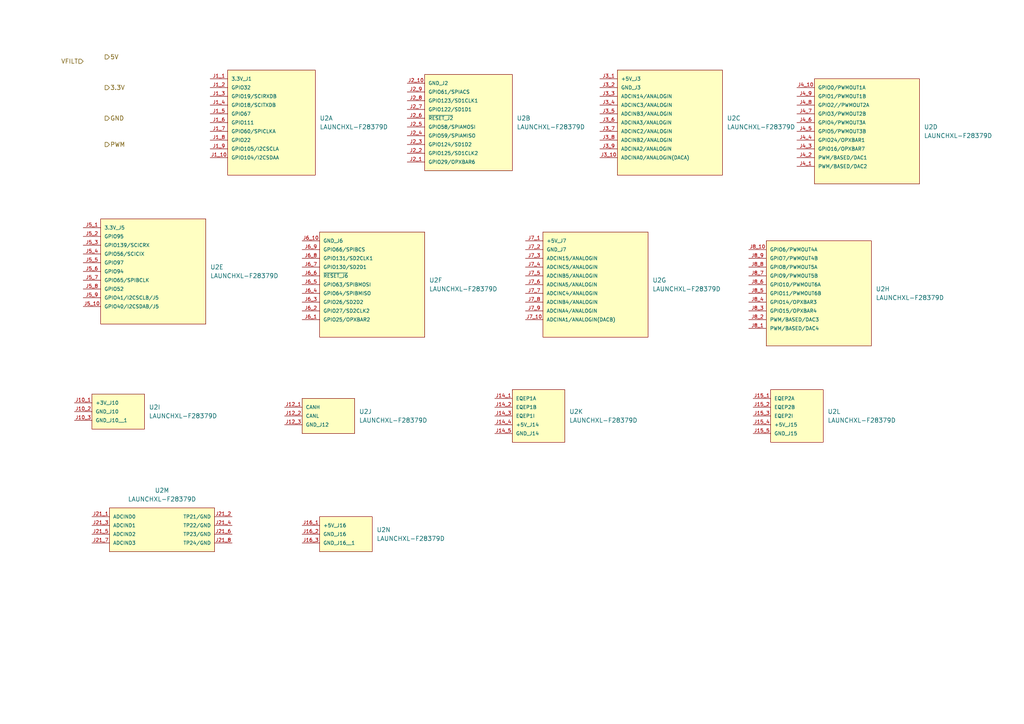
<source format=kicad_sch>
(kicad_sch (version 20231120) (generator "eeschema") (generator_version "8.0")
  (paper "A4")
  (lib_symbols
    (symbol "LAUNCHXL-F28379D:LAUNCHXL-F28379D" (pin_names (offset 1.016))
      (property "Reference" "U" (at -12.2428 15.9258 0))
      (property "Value" "LAUNCHXL-F28379D" (at -12.7 -17.272 0))
      (symbol "LAUNCHXL-F28379D_1_0"
        (rectangle (start -12.7 -15.24) (end 12.7 15.24) (stroke (width 0.1524)) (fill (type background)))
        (pin power_in line (at -17.78 12.7 0) (length 5.08) (name "3.3V_J1") (number "J1_1"))
        (pin bidirectional line (at -17.78 -10.16 0) (length 5.08) (name "GPIO104/I2CSDAA") (number "J1_10"))
        (pin bidirectional line (at -17.78 10.16 0) (length 5.08) (name "GPIO32") (number "J1_2"))
        (pin bidirectional line (at -17.78 7.62 0) (length 5.08) (name "GPIO19/SCIRXDB") (number "J1_3"))
        (pin bidirectional line (at -17.78 5.08 0) (length 5.08) (name "GPIO18/SCITXDB") (number "J1_4"))
        (pin bidirectional line (at -17.78 2.54 0) (length 5.08) (name "GPIO67") (number "J1_5"))
        (pin bidirectional line (at -17.78 0 0) (length 5.08) (name "GPIO111") (number "J1_6"))
        (pin bidirectional line (at -17.78 -2.54 0) (length 5.08) (name "GPIO60/SPICLKA") (number "J1_7"))
        (pin bidirectional line (at -17.78 -5.08 0) (length 5.08) (name "GPIO22") (number "J1_8"))
        (pin bidirectional line (at -17.78 -7.62 0) (length 5.08) (name "GPIO105/I2CSCLA") (number "J1_9"))
      )
      (symbol "LAUNCHXL-F28379D_2_0"
        (rectangle (start -12.7 -12.7) (end 12.7 15.24) (stroke (width 0.1524)) (fill (type background)))
        (pin bidirectional line (at -17.78 -10.16 0) (length 5.08) (name "GPIO29/OPXBAR6") (number "J2_1"))
        (pin power_in line (at -17.78 12.7 0) (length 5.08) (name "GND_J2") (number "J2_10"))
        (pin bidirectional line (at -17.78 -7.62 0) (length 5.08) (name "GPIO125/SD1CLK2") (number "J2_2"))
        (pin bidirectional line (at -17.78 -5.08 0) (length 5.08) (name "GPIO124/SD1D2") (number "J2_3"))
        (pin bidirectional line (at -17.78 -2.54 0) (length 5.08) (name "GPIO59/SPIAMISO") (number "J2_4"))
        (pin bidirectional line (at -17.78 0 0) (length 5.08) (name "GPIO58/SPIAMOSI") (number "J2_5"))
        (pin bidirectional line (at -17.78 2.54 0) (length 5.08) (name "~{RESET_J2}") (number "J2_6"))
        (pin bidirectional line (at -17.78 5.08 0) (length 5.08) (name "GPIO122/SD1D1") (number "J2_7"))
        (pin bidirectional line (at -17.78 7.62 0) (length 5.08) (name "GPIO123/SD1CLK1") (number "J2_8"))
        (pin bidirectional line (at -17.78 10.16 0) (length 5.08) (name "GPIO61/SPIACS") (number "J2_9"))
      )
      (symbol "LAUNCHXL-F28379D_3_0"
        (rectangle (start -15.24 -15.24) (end 15.24 15.24) (stroke (width 0.1524)) (fill (type background)))
        (pin power_in line (at -20.32 12.7 0) (length 5.08) (name "+5V_J3") (number "J3_1"))
        (pin bidirectional line (at -20.32 -10.16 0) (length 5.08) (name "ADCINA0/ANALOGIN(DACA)") (number "J3_10"))
        (pin power_in line (at -20.32 10.16 0) (length 5.08) (name "GND_J3") (number "J3_2"))
        (pin bidirectional line (at -20.32 7.62 0) (length 5.08) (name "ADCIN14/ANALOGIN") (number "J3_3"))
        (pin bidirectional line (at -20.32 5.08 0) (length 5.08) (name "ADCINC3/ANALOGIN") (number "J3_4"))
        (pin bidirectional line (at -20.32 2.54 0) (length 5.08) (name "ADCINB3/ANALOGIN") (number "J3_5"))
        (pin bidirectional line (at -20.32 0 0) (length 5.08) (name "ADCINA3/ANALOGIN") (number "J3_6"))
        (pin bidirectional line (at -20.32 -2.54 0) (length 5.08) (name "ADCINC2/ANALOGIN") (number "J3_7"))
        (pin bidirectional line (at -20.32 -5.08 0) (length 5.08) (name "ADCINB2/ANALOGIN") (number "J3_8"))
        (pin bidirectional line (at -20.32 -7.62 0) (length 5.08) (name "ADCINA2/ANALOGIN") (number "J3_9"))
      )
      (symbol "LAUNCHXL-F28379D_4_0"
        (rectangle (start -15.24 -15.24) (end 15.24 15.24) (stroke (width 0.1524)) (fill (type background)))
        (pin bidirectional line (at -20.32 -10.16 0) (length 5.08) (name "PWM/BASED/DAC2") (number "J4_1"))
        (pin bidirectional line (at -20.32 12.7 0) (length 5.08) (name "GPIO0/PWMOUT1A") (number "J4_10"))
        (pin bidirectional line (at -20.32 -7.62 0) (length 5.08) (name "PWM/BASED/DAC1") (number "J4_2"))
        (pin bidirectional line (at -20.32 -5.08 0) (length 5.08) (name "GPIO16/OPXBAR7") (number "J4_3"))
        (pin bidirectional line (at -20.32 -2.54 0) (length 5.08) (name "GPIO24/OPXBAR1") (number "J4_4"))
        (pin bidirectional line (at -20.32 0 0) (length 5.08) (name "GPIO5/PWMOUT3B") (number "J4_5"))
        (pin bidirectional line (at -20.32 2.54 0) (length 5.08) (name "GPIO4/PWMOUT3A") (number "J4_6"))
        (pin bidirectional line (at -20.32 5.08 0) (length 5.08) (name "GPIO3/PWMOUT2B") (number "J4_7"))
        (pin bidirectional line (at -20.32 7.62 0) (length 5.08) (name "GPIO2//PWMOUT2A") (number "J4_8"))
        (pin bidirectional line (at -20.32 10.16 0) (length 5.08) (name "GPIO1/PWMOUT1B") (number "J4_9"))
      )
      (symbol "LAUNCHXL-F28379D_5_0"
        (rectangle (start -15.24 -15.24) (end 15.24 15.24) (stroke (width 0.1524)) (fill (type background)))
        (pin power_in line (at -20.32 12.7 0) (length 5.08) (name "3.3V_J5") (number "J5_1"))
        (pin bidirectional line (at -20.32 -10.16 0) (length 5.08) (name "GPIO40/I2CSDAB/J5") (number "J5_10"))
        (pin bidirectional line (at -20.32 10.16 0) (length 5.08) (name "GPIO95") (number "J5_2"))
        (pin bidirectional line (at -20.32 7.62 0) (length 5.08) (name "GPIO139/SCICRX") (number "J5_3"))
        (pin bidirectional line (at -20.32 5.08 0) (length 5.08) (name "GPIO56/SCICIX") (number "J5_4"))
        (pin bidirectional line (at -20.32 2.54 0) (length 5.08) (name "GPIO97") (number "J5_5"))
        (pin bidirectional line (at -20.32 0 0) (length 5.08) (name "GPIO94") (number "J5_6"))
        (pin bidirectional line (at -20.32 -2.54 0) (length 5.08) (name "GPIO65/SPIBCLK") (number "J5_7"))
        (pin bidirectional line (at -20.32 -5.08 0) (length 5.08) (name "GPIO52") (number "J5_8"))
        (pin bidirectional line (at -20.32 -7.62 0) (length 5.08) (name "GPIO41/I2CSCLB/J5") (number "J5_9"))
      )
      (symbol "LAUNCHXL-F28379D_6_0"
        (rectangle (start -15.24 -15.24) (end 15.24 15.24) (stroke (width 0.1524)) (fill (type background)))
        (pin bidirectional line (at -20.32 -10.16 0) (length 5.08) (name "GPIO25/OPXBAR2") (number "J6_1"))
        (pin power_in line (at -20.32 12.7 0) (length 5.08) (name "GND_J6") (number "J6_10"))
        (pin bidirectional line (at -20.32 -7.62 0) (length 5.08) (name "GPIO27/SD2CLK2") (number "J6_2"))
        (pin bidirectional line (at -20.32 -5.08 0) (length 5.08) (name "GPIO26/SD2D2") (number "J6_3"))
        (pin bidirectional line (at -20.32 -2.54 0) (length 5.08) (name "GPIO64/SPIBMISO") (number "J6_4"))
        (pin bidirectional line (at -20.32 0 0) (length 5.08) (name "GPIO63/SPIBMOSI") (number "J6_5"))
        (pin bidirectional line (at -20.32 2.54 0) (length 5.08) (name "~{RESET_J6}") (number "J6_6"))
        (pin bidirectional line (at -20.32 5.08 0) (length 5.08) (name "GPIO130/SD2D1") (number "J6_7"))
        (pin bidirectional line (at -20.32 7.62 0) (length 5.08) (name "GPIO131/SD2CLK1") (number "J6_8"))
        (pin bidirectional line (at -20.32 10.16 0) (length 5.08) (name "GPIO66/SPIBCS") (number "J6_9"))
      )
      (symbol "LAUNCHXL-F28379D_7_0"
        (rectangle (start -15.24 -15.24) (end 15.24 15.24) (stroke (width 0.1524)) (fill (type background)))
        (pin power_in line (at -20.32 12.7 0) (length 5.08) (name "+5V_J7") (number "J7_1"))
        (pin bidirectional line (at -20.32 -10.16 0) (length 5.08) (name "ADCINA1/ANALOGIN(DACB)") (number "J7_10"))
        (pin power_in line (at -20.32 10.16 0) (length 5.08) (name "GND_J7") (number "J7_2"))
        (pin bidirectional line (at -20.32 7.62 0) (length 5.08) (name "ADCIN15/ANALOGIN") (number "J7_3"))
        (pin bidirectional line (at -20.32 5.08 0) (length 5.08) (name "ADCINC5/ANALOGIN") (number "J7_4"))
        (pin bidirectional line (at -20.32 2.54 0) (length 5.08) (name "ADCINB5/ANALOGIN") (number "J7_5"))
        (pin bidirectional line (at -20.32 0 0) (length 5.08) (name "ADCINA5/ANALOGIN") (number "J7_6"))
        (pin bidirectional line (at -20.32 -2.54 0) (length 5.08) (name "ADCINC4/ANALOGIN") (number "J7_7"))
        (pin bidirectional line (at -20.32 -5.08 0) (length 5.08) (name "ADCINB4/ANALOGIN") (number "J7_8"))
        (pin bidirectional line (at -20.32 -7.62 0) (length 5.08) (name "ADCINA4/ANALOGIN") (number "J7_9"))
      )
      (symbol "LAUNCHXL-F28379D_8_0"
        (rectangle (start -15.24 -15.24) (end 15.24 15.24) (stroke (width 0.1524)) (fill (type background)))
        (pin bidirectional line (at -20.32 -10.16 0) (length 5.08) (name "PWM/BASED/DAC4") (number "J8_1"))
        (pin bidirectional line (at -20.32 12.7 0) (length 5.08) (name "GPIO6/PWMOUT4A") (number "J8_10"))
        (pin bidirectional line (at -20.32 -7.62 0) (length 5.08) (name "PWM/BASED/DAC3") (number "J8_2"))
        (pin bidirectional line (at -20.32 -5.08 0) (length 5.08) (name "GPIO15/OPXBAR4") (number "J8_3"))
        (pin bidirectional line (at -20.32 -2.54 0) (length 5.08) (name "GPIO14/OPXBAR3") (number "J8_4"))
        (pin bidirectional line (at -20.32 0 0) (length 5.08) (name "GPIO11/PWMOUT6B") (number "J8_5"))
        (pin bidirectional line (at -20.32 2.54 0) (length 5.08) (name "GPIO10/PWMOUT6A") (number "J8_6"))
        (pin bidirectional line (at -20.32 5.08 0) (length 5.08) (name "GPIO9/PWMOUT5B") (number "J8_7"))
        (pin bidirectional line (at -20.32 7.62 0) (length 5.08) (name "GPIO8/PWMOUT5A") (number "J8_8"))
        (pin bidirectional line (at -20.32 10.16 0) (length 5.08) (name "GPIO7/PWMOUT4B") (number "J8_9"))
      )
      (symbol "LAUNCHXL-F28379D_9_0"
        (rectangle (start -7.62 -7.62) (end 7.62 2.54) (stroke (width 0.1524)) (fill (type background)))
        (pin power_in line (at -12.7 0 0) (length 5.08) (name "+3V_J10") (number "J10_1"))
        (pin power_in line (at -12.7 -2.54 0) (length 5.08) (name "GND_J10") (number "J10_2"))
        (pin power_in line (at -12.7 -5.08 0) (length 5.08) (name "GND_J10__1") (number "J10_3"))
      )
      (symbol "LAUNCHXL-F28379D_10_0"
        (rectangle (start -7.62 -5.08) (end 7.62 5.08) (stroke (width 0.1524)) (fill (type background)))
        (pin bidirectional line (at -12.7 2.54 0) (length 5.08) (name "CANH") (number "J12_1"))
        (pin bidirectional line (at -12.7 0 0) (length 5.08) (name "CANL") (number "J12_2"))
        (pin power_in line (at -12.7 -2.54 0) (length 5.08) (name "GND_J12") (number "J12_3"))
      )
      (symbol "LAUNCHXL-F28379D_11_0"
        (rectangle (start -7.62 -7.62) (end 7.62 7.62) (stroke (width 0.1524)) (fill (type background)))
        (pin bidirectional line (at -12.7 5.08 0) (length 5.08) (name "EQEP1A") (number "J14_1"))
        (pin bidirectional line (at -12.7 2.54 0) (length 5.08) (name "EQEP1B") (number "J14_2"))
        (pin bidirectional line (at -12.7 0 0) (length 5.08) (name "EQEP1I") (number "J14_3"))
        (pin power_in line (at -12.7 -2.54 0) (length 5.08) (name "+5V_J14") (number "J14_4"))
        (pin power_in line (at -12.7 -5.08 0) (length 5.08) (name "GND_J14") (number "J14_5"))
      )
      (symbol "LAUNCHXL-F28379D_12_0"
        (rectangle (start -7.62 -7.62) (end 7.62 7.62) (stroke (width 0.1524)) (fill (type background)))
        (pin bidirectional line (at -12.7 5.08 0) (length 5.08) (name "EQEP2A") (number "J15_1"))
        (pin bidirectional line (at -12.7 2.54 0) (length 5.08) (name "EQEP2B") (number "J15_2"))
        (pin bidirectional line (at -12.7 0 0) (length 5.08) (name "EQEP2I") (number "J15_3"))
        (pin power_in line (at -12.7 -2.54 0) (length 5.08) (name "+5V_J15") (number "J15_4"))
        (pin power_in line (at -12.7 -5.08 0) (length 5.08) (name "GND_J15") (number "J15_5"))
      )
      (symbol "LAUNCHXL-F28379D_13_0"
        (rectangle (start -15.24 -7.62) (end 15.24 5.08) (stroke (width 0.1524)) (fill (type background)))
        (pin input line (at -20.32 2.54 0) (length 5.08) (name "ADCIND0") (number "J21_1"))
        (pin power_in line (at 20.32 2.54 180) (length 5.08) (name "TP21/GND") (number "J21_2"))
        (pin input line (at -20.32 0 0) (length 5.08) (name "ADCIND1") (number "J21_3"))
        (pin power_in line (at 20.32 0 180) (length 5.08) (name "TP22/GND") (number "J21_4"))
        (pin input line (at -20.32 -2.54 0) (length 5.08) (name "ADCIND2") (number "J21_5"))
        (pin power_in line (at 20.32 -2.54 180) (length 5.08) (name "TP23/GND") (number "J21_6"))
        (pin input line (at -20.32 -5.08 0) (length 5.08) (name "ADCIND3") (number "J21_7"))
        (pin power_in line (at 20.32 -5.08 180) (length 5.08) (name "TP24/GND") (number "J21_8"))
      )
      (symbol "LAUNCHXL-F28379D_14_0"
        (rectangle (start -7.62 -5.08) (end 7.62 5.08) (stroke (width 0.1524)) (fill (type background)))
        (pin power_in line (at -12.7 2.54 0) (length 5.08) (name "+5V_J16") (number "J16_1"))
        (pin power_in line (at -12.7 0 0) (length 5.08) (name "GND_J16") (number "J16_2"))
        (pin power_in line (at -12.7 -2.54 0) (length 5.08) (name "GND_J16__1") (number "J16_3"))
      )
    )
  )
  (hierarchical_label "3.3V" (shape output) (at 30.48 25.4 0))
  (hierarchical_label "GND" (shape output) (at 30.48 34.29 0))
  (hierarchical_label "VFILT" (shape input) (at 24.13 17.78 180))
  (hierarchical_label "PWM" (shape output) (at 30.48 41.91 0))
  (hierarchical_label "5V" (shape output) (at 30.48 16.51 0))
  (symbol (lib_id "LAUNCHXL-F28379D:LAUNCHXL-F28379D") (at 34.29 116.84 0) (unit 9)
    (property "Reference" "U2" (at 43.18 118.1099 0) (effects (justify left)))
    (property "Value" "LAUNCHXL-F28379D" (at 43.18 120.6499 0) (effects (justify left)))
    (property "Footprint" "F28379D:MOD_LAUNCHXL-F28379D" (effects (hide yes)))
    (property "PARTREV" "2.0" (effects (hide yes)))
    (property "STANDARD" "Manufacturer Recommendations" (effects (hide yes)))
    (property "MANUFACTURER" "Texas Instruments" (effects (hide yes)))
  )
  (symbol (lib_id "LAUNCHXL-F28379D:LAUNCHXL-F28379D") (at 237.49 85.09 0) (unit 8)
    (property "Reference" "U2" (at 254 83.8199 0) (effects (justify left)))
    (property "Value" "LAUNCHXL-F28379D" (at 254 86.3599 0) (effects (justify left)))
    (property "Footprint" "F28379D:MOD_LAUNCHXL-F28379D" (effects (hide yes)))
    (property "PARTREV" "2.0" (effects (hide yes)))
    (property "STANDARD" "Manufacturer Recommendations" (effects (hide yes)))
    (property "MANUFACTURER" "Texas Instruments" (effects (hide yes)))
  )
  (symbol (lib_id "LAUNCHXL-F28379D:LAUNCHXL-F28379D") (at 156.21 120.65 0) (unit 11)
    (property "Reference" "U2" (at 165.1 119.3799 0) (effects (justify left)))
    (property "Value" "LAUNCHXL-F28379D" (at 165.1 121.9199 0) (effects (justify left)))
    (property "Footprint" "F28379D:MOD_LAUNCHXL-F28379D" (effects (hide yes)))
    (property "PARTREV" "2.0" (effects (hide yes)))
    (property "STANDARD" "Manufacturer Recommendations" (effects (hide yes)))
    (property "MANUFACTURER" "Texas Instruments" (effects (hide yes)))
  )
  (symbol (lib_id "LAUNCHXL-F28379D:LAUNCHXL-F28379D") (at 44.45 78.74 0) (unit 5)
    (property "Reference" "U2" (at 60.96 77.4699 0) (effects (justify left)))
    (property "Value" "LAUNCHXL-F28379D" (at 60.96 80.0099 0) (effects (justify left)))
    (property "Footprint" "F28379D:MOD_LAUNCHXL-F28379D" (effects (hide yes)))
    (property "PARTREV" "2.0" (effects (hide yes)))
    (property "STANDARD" "Manufacturer Recommendations" (effects (hide yes)))
    (property "MANUFACTURER" "Texas Instruments" (effects (hide yes)))
  )
  (symbol (lib_id "LAUNCHXL-F28379D:LAUNCHXL-F28379D") (at 231.14 120.65 0) (unit 12)
    (property "Reference" "U2" (at 240.03 119.3799 0) (effects (justify left)))
    (property "Value" "LAUNCHXL-F28379D" (at 240.03 121.9199 0) (effects (justify left)))
    (property "Footprint" "F28379D:MOD_LAUNCHXL-F28379D" (effects (hide yes)))
    (property "PARTREV" "2.0" (effects (hide yes)))
    (property "STANDARD" "Manufacturer Recommendations" (effects (hide yes)))
    (property "MANUFACTURER" "Texas Instruments" (effects (hide yes)))
  )
  (symbol (lib_id "LAUNCHXL-F28379D:LAUNCHXL-F28379D") (at 251.46 38.1 0) (unit 4)
    (property "Reference" "U2" (at 267.97 36.8299 0) (effects (justify left)))
    (property "Value" "LAUNCHXL-F28379D" (at 267.97 39.3699 0) (effects (justify left)))
    (property "Footprint" "F28379D:MOD_LAUNCHXL-F28379D" (effects (hide yes)))
    (property "PARTREV" "2.0" (effects (hide yes)))
    (property "STANDARD" "Manufacturer Recommendations" (effects (hide yes)))
    (property "MANUFACTURER" "Texas Instruments" (effects (hide yes)))
  )
  (symbol (lib_id "LAUNCHXL-F28379D:LAUNCHXL-F28379D") (at 78.74 35.56 0) (unit 1)
    (property "Reference" "U2" (at 92.71 34.2899 0) (effects (justify left)))
    (property "Value" "LAUNCHXL-F28379D" (at 92.71 36.8299 0) (effects (justify left)))
    (property "Footprint" "F28379D:MOD_LAUNCHXL-F28379D" (effects (hide yes)))
    (property "PARTREV" "2.0" (effects (hide yes)))
    (property "STANDARD" "Manufacturer Recommendations" (effects (hide yes)))
    (property "MANUFACTURER" "Texas Instruments" (effects (hide yes)))
  )
  (symbol (lib_id "LAUNCHXL-F28379D:LAUNCHXL-F28379D") (at 46.99 152.4 0) (unit 13)
    (property "Reference" "U2" (at 46.99 142.24 0))
    (property "Value" "LAUNCHXL-F28379D" (at 46.99 144.78 0))
    (property "Footprint" "F28379D:MOD_LAUNCHXL-F28379D" (effects (hide yes)))
    (property "PARTREV" "2.0" (effects (hide yes)))
    (property "STANDARD" "Manufacturer Recommendations" (effects (hide yes)))
    (property "MANUFACTURER" "Texas Instruments" (effects (hide yes)))
  )
  (symbol (lib_id "LAUNCHXL-F28379D:LAUNCHXL-F28379D") (at 95.25 120.65 0) (unit 10)
    (property "Reference" "U2" (at 104.14 119.3799 0) (effects (justify left)))
    (property "Value" "LAUNCHXL-F28379D" (at 104.14 121.9199 0) (effects (justify left)))
    (property "Footprint" "F28379D:MOD_LAUNCHXL-F28379D" (effects (hide yes)))
    (property "PARTREV" "2.0" (effects (hide yes)))
    (property "STANDARD" "Manufacturer Recommendations" (effects (hide yes)))
    (property "MANUFACTURER" "Texas Instruments" (effects (hide yes)))
  )
  (symbol (lib_id "LAUNCHXL-F28379D:LAUNCHXL-F28379D") (at 107.95 82.55 0) (unit 6)
    (property "Reference" "U2" (at 124.46 81.2799 0) (effects (justify left)))
    (property "Value" "LAUNCHXL-F28379D" (at 124.46 83.8199 0) (effects (justify left)))
    (property "Footprint" "F28379D:MOD_LAUNCHXL-F28379D" (effects (hide yes)))
    (property "PARTREV" "2.0" (effects (hide yes)))
    (property "STANDARD" "Manufacturer Recommendations" (effects (hide yes)))
    (property "MANUFACTURER" "Texas Instruments" (effects (hide yes)))
  )
  (symbol (lib_id "LAUNCHXL-F28379D:LAUNCHXL-F28379D") (at 135.89 36.83 0) (unit 2)
    (property "Reference" "U2" (at 149.86 34.2899 0) (effects (justify left)))
    (property "Value" "LAUNCHXL-F28379D" (at 149.86 36.8299 0) (effects (justify left)))
    (property "Footprint" "F28379D:MOD_LAUNCHXL-F28379D" (effects (hide yes)))
    (property "PARTREV" "2.0" (effects (hide yes)))
    (property "STANDARD" "Manufacturer Recommendations" (effects (hide yes)))
    (property "MANUFACTURER" "Texas Instruments" (effects (hide yes)))
  )
  (symbol (lib_id "LAUNCHXL-F28379D:LAUNCHXL-F28379D") (at 172.72 82.55 0) (unit 7)
    (property "Reference" "U2" (at 189.23 81.2799 0) (effects (justify left)))
    (property "Value" "LAUNCHXL-F28379D" (at 189.23 83.8199 0) (effects (justify left)))
    (property "Footprint" "F28379D:MOD_LAUNCHXL-F28379D" (effects (hide yes)))
    (property "PARTREV" "2.0" (effects (hide yes)))
    (property "STANDARD" "Manufacturer Recommendations" (effects (hide yes)))
    (property "MANUFACTURER" "Texas Instruments" (effects (hide yes)))
  )
  (symbol (lib_id "LAUNCHXL-F28379D:LAUNCHXL-F28379D") (at 194.31 35.56 0) (unit 3)
    (property "Reference" "U2" (at 210.82 34.2899 0) (effects (justify left)))
    (property "Value" "LAUNCHXL-F28379D" (at 210.82 36.8299 0) (effects (justify left)))
    (property "Footprint" "F28379D:MOD_LAUNCHXL-F28379D" (effects (hide yes)))
    (property "PARTREV" "2.0" (effects (hide yes)))
    (property "STANDARD" "Manufacturer Recommendations" (effects (hide yes)))
    (property "MANUFACTURER" "Texas Instruments" (effects (hide yes)))
  )
  (symbol (lib_id "LAUNCHXL-F28379D:LAUNCHXL-F28379D") (at 100.33 154.94 0) (unit 14)
    (property "Reference" "U2" (at 109.22 153.6699 0) (effects (justify left)))
    (property "Value" "LAUNCHXL-F28379D" (at 109.22 156.2099 0) (effects (justify left)))
    (property "Footprint" "F28379D:MOD_LAUNCHXL-F28379D" (effects (hide yes)))
    (property "PARTREV" "2.0" (effects (hide yes)))
    (property "STANDARD" "Manufacturer Recommendations" (effects (hide yes)))
    (property "MANUFACTURER" "Texas Instruments" (effects (hide yes)))
  )
)
</source>
